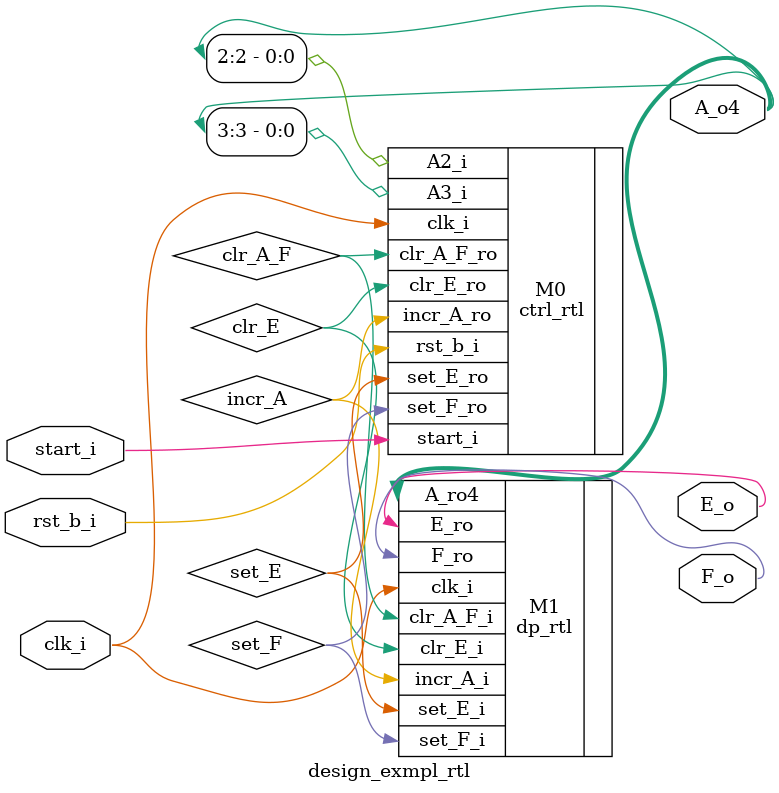
<source format=v>

`include "rtl/src/ctrl_rtl.v"
`include "rtl/src/dp_rtl.v"

module design_exmpl_rtl (
    // OUTPUTS
    output [3:0] A_o4
    ,output E_o
    ,output F_o

    // INPUTS
    ,input start_i
    ,input clk_i
    ,input rst_b_i
    );

    wire set_E, clr_E, set_F, clr_A_F, incr_A;

    ctrl_rtl M0 (
        // OUTPUTS
        .set_E_ro(set_E)
        ,.clr_E_ro(clr_E)
        ,.set_F_ro(set_F)
        ,.clr_A_F_ro(clr_A_F)
        ,.incr_A_ro(incr_A)

        // INPUTS
        ,.A2_i(A_o4[2])
        ,.A3_i(A_o4[3])
        ,.start_i(start_i)
        ,.clk_i(clk_i)
        ,.rst_b_i(rst_b_i)
    );

    dp_rtl M1 (
        // OUTPUTS
        .A_ro4(A_o4)
        ,.E_ro(E_o)
        ,.F_ro(F_o)

        // INPUTS
        ,.set_E_i(set_E)
        ,.clr_E_i(clr_E)
        ,.set_F_i(set_F)
        ,.clr_A_F_i(clr_A_F)
        ,.incr_A_i(incr_A)
        ,.clk_i(clk_i)
    );
endmodule

</source>
